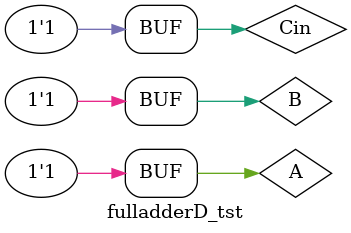
<source format=v>
`timescale 1ns / 1ps


module fulladderD_tst;

	// Inputs
	reg A;
	reg B;
	reg Cin;

	// Outputs
	wire sum;
	wire carry;

	// Instantiate the Unit Under Test (UUT)
	fulladderD uut (
		.sum(sum), 
		.carry(carry), 
		.A(A), 
		.B(B), 
		.Cin(Cin)
	);

	initial begin
		// Initialize Inputs
		A = 0;
		B = 0;
		Cin = 0;

		// Wait 100 ns for global reset to finish
		#100;
		A = 0;
		B = 0;
		Cin = 1;
		#100;
		A = 0;
		B = 1;
		Cin = 0;
		#100;
      A = 0;
		B = 1;
		Cin = 1;
		#100;
		A=1;
		B=0;
		Cin=0;
		#100;
		A = 1;
		B = 0;
		Cin = 1;
		#100;
		A = 1;
		B = 1;
		Cin = 0;
		#100;
		A = 1;
		B = 1;
		Cin = 1;
		// Add stimulus here

	end
      
endmodule


</source>
